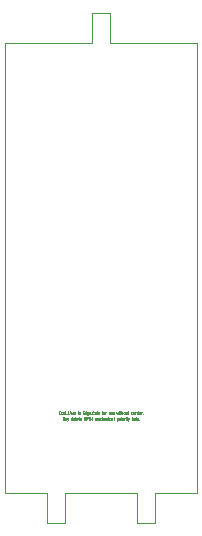
<source format=gbr>
G04 #@! TF.GenerationSoftware,KiCad,Pcbnew,5.1.4-e60b266~84~ubuntu19.04.1*
G04 #@! TF.CreationDate,2019-08-12T19:04:04-04:00*
G04 #@! TF.ProjectId,pcb2molex8878,70636232-6d6f-46c6-9578-383837382e6b,rev?*
G04 #@! TF.SameCoordinates,Original*
G04 #@! TF.FileFunction,Other,ECO1*
%FSLAX46Y46*%
G04 Gerber Fmt 4.6, Leading zero omitted, Abs format (unit mm)*
G04 Created by KiCad (PCBNEW 5.1.4-e60b266~84~ubuntu19.04.1) date 2019-08-12 19:04:04*
%MOMM*%
%LPD*%
G04 APERTURE LIST*
%ADD10C,0.025400*%
%ADD11C,0.010000*%
G04 APERTURE END LIST*
D10*
X139090400Y-80137000D02*
X146456400Y-80137000D01*
X155346400Y-118237000D02*
X155346400Y-80137000D01*
X139090400Y-118237000D02*
X139090400Y-80137000D01*
X150253700Y-118237000D02*
X144183100Y-118237000D01*
X150253700Y-120777000D02*
X150253700Y-118237000D01*
X151777700Y-120777000D02*
X150253700Y-120777000D01*
X151777700Y-118237000D02*
X151777700Y-120777000D01*
X144183100Y-120777000D02*
X144183100Y-118237000D01*
X142659100Y-120777000D02*
X144183100Y-120777000D01*
X142659100Y-118237000D02*
X142659100Y-120777000D01*
X147980400Y-77597000D02*
X147980400Y-80137000D01*
X146456400Y-77597000D02*
X147980400Y-77597000D01*
X146456400Y-80137000D02*
X146456400Y-77597000D01*
X147980400Y-80137000D02*
X155346400Y-80137000D01*
X142659100Y-118237000D02*
X139090400Y-118237000D01*
X155346400Y-118237000D02*
X151777700Y-118237000D01*
D11*
X143975542Y-112027476D02*
X143975542Y-111827476D01*
X144042209Y-111970333D01*
X144108876Y-111827476D01*
X144108876Y-112027476D01*
X144289828Y-112027476D02*
X144289828Y-111922714D01*
X144280304Y-111903666D01*
X144261257Y-111894142D01*
X144223161Y-111894142D01*
X144204114Y-111903666D01*
X144289828Y-112017952D02*
X144270780Y-112027476D01*
X144223161Y-112027476D01*
X144204114Y-112017952D01*
X144194590Y-111998904D01*
X144194590Y-111979857D01*
X144204114Y-111960809D01*
X144223161Y-111951285D01*
X144270780Y-111951285D01*
X144289828Y-111941761D01*
X144366019Y-111894142D02*
X144413638Y-112027476D01*
X144461257Y-111894142D02*
X144413638Y-112027476D01*
X144394590Y-112075095D01*
X144385066Y-112084619D01*
X144366019Y-112094142D01*
X144775542Y-112027476D02*
X144775542Y-111827476D01*
X144775542Y-112017952D02*
X144756495Y-112027476D01*
X144718400Y-112027476D01*
X144699352Y-112017952D01*
X144689828Y-112008428D01*
X144680304Y-111989380D01*
X144680304Y-111932238D01*
X144689828Y-111913190D01*
X144699352Y-111903666D01*
X144718400Y-111894142D01*
X144756495Y-111894142D01*
X144775542Y-111903666D01*
X144946971Y-112017952D02*
X144927923Y-112027476D01*
X144889828Y-112027476D01*
X144870780Y-112017952D01*
X144861257Y-111998904D01*
X144861257Y-111922714D01*
X144870780Y-111903666D01*
X144889828Y-111894142D01*
X144927923Y-111894142D01*
X144946971Y-111903666D01*
X144956495Y-111922714D01*
X144956495Y-111941761D01*
X144861257Y-111960809D01*
X145070780Y-112027476D02*
X145051733Y-112017952D01*
X145042209Y-111998904D01*
X145042209Y-111827476D01*
X145223161Y-112017952D02*
X145204114Y-112027476D01*
X145166019Y-112027476D01*
X145146971Y-112017952D01*
X145137447Y-111998904D01*
X145137447Y-111922714D01*
X145146971Y-111903666D01*
X145166019Y-111894142D01*
X145204114Y-111894142D01*
X145223161Y-111903666D01*
X145232685Y-111922714D01*
X145232685Y-111941761D01*
X145137447Y-111960809D01*
X145289828Y-111894142D02*
X145366019Y-111894142D01*
X145318400Y-111827476D02*
X145318400Y-111998904D01*
X145327923Y-112017952D01*
X145346971Y-112027476D01*
X145366019Y-112027476D01*
X145508876Y-112017952D02*
X145489828Y-112027476D01*
X145451733Y-112027476D01*
X145432685Y-112017952D01*
X145423161Y-111998904D01*
X145423161Y-111922714D01*
X145432685Y-111903666D01*
X145451733Y-111894142D01*
X145489828Y-111894142D01*
X145508876Y-111903666D01*
X145518400Y-111922714D01*
X145518400Y-111941761D01*
X145423161Y-111960809D01*
X145756495Y-112027476D02*
X145756495Y-111827476D01*
X145870780Y-112027476D01*
X145870780Y-111827476D01*
X145966019Y-112027476D02*
X145966019Y-111827476D01*
X146042209Y-111827476D01*
X146061257Y-111837000D01*
X146070780Y-111846523D01*
X146080304Y-111865571D01*
X146080304Y-111894142D01*
X146070780Y-111913190D01*
X146061257Y-111922714D01*
X146042209Y-111932238D01*
X145966019Y-111932238D01*
X146137447Y-111827476D02*
X146251733Y-111827476D01*
X146194590Y-112027476D02*
X146194590Y-111827476D01*
X146318400Y-112027476D02*
X146318400Y-111827476D01*
X146318400Y-111922714D02*
X146432685Y-111922714D01*
X146432685Y-112027476D02*
X146432685Y-111827476D01*
X146680304Y-112027476D02*
X146680304Y-111894142D01*
X146680304Y-111913190D02*
X146689828Y-111903666D01*
X146708876Y-111894142D01*
X146737447Y-111894142D01*
X146756495Y-111903666D01*
X146766019Y-111922714D01*
X146766019Y-112027476D01*
X146766019Y-111922714D02*
X146775542Y-111903666D01*
X146794590Y-111894142D01*
X146823161Y-111894142D01*
X146842209Y-111903666D01*
X146851733Y-111922714D01*
X146851733Y-112027476D01*
X147023161Y-112017952D02*
X147004114Y-112027476D01*
X146966019Y-112027476D01*
X146946971Y-112017952D01*
X146937447Y-111998904D01*
X146937447Y-111922714D01*
X146946971Y-111903666D01*
X146966019Y-111894142D01*
X147004114Y-111894142D01*
X147023161Y-111903666D01*
X147032685Y-111922714D01*
X147032685Y-111941761D01*
X146937447Y-111960809D01*
X147204114Y-112017952D02*
X147185066Y-112027476D01*
X147146971Y-112027476D01*
X147127923Y-112017952D01*
X147118400Y-112008428D01*
X147108876Y-111989380D01*
X147108876Y-111932238D01*
X147118400Y-111913190D01*
X147127923Y-111903666D01*
X147146971Y-111894142D01*
X147185066Y-111894142D01*
X147204114Y-111903666D01*
X147289828Y-112027476D02*
X147289828Y-111827476D01*
X147375542Y-112027476D02*
X147375542Y-111922714D01*
X147366019Y-111903666D01*
X147346971Y-111894142D01*
X147318400Y-111894142D01*
X147299352Y-111903666D01*
X147289828Y-111913190D01*
X147556495Y-112027476D02*
X147556495Y-111922714D01*
X147546971Y-111903666D01*
X147527923Y-111894142D01*
X147489828Y-111894142D01*
X147470780Y-111903666D01*
X147556495Y-112017952D02*
X147537447Y-112027476D01*
X147489828Y-112027476D01*
X147470780Y-112017952D01*
X147461257Y-111998904D01*
X147461257Y-111979857D01*
X147470780Y-111960809D01*
X147489828Y-111951285D01*
X147537447Y-111951285D01*
X147556495Y-111941761D01*
X147651733Y-111894142D02*
X147651733Y-112027476D01*
X147651733Y-111913190D02*
X147661257Y-111903666D01*
X147680304Y-111894142D01*
X147708876Y-111894142D01*
X147727923Y-111903666D01*
X147737447Y-111922714D01*
X147737447Y-112027476D01*
X147832685Y-112027476D02*
X147832685Y-111894142D01*
X147832685Y-111827476D02*
X147823161Y-111837000D01*
X147832685Y-111846523D01*
X147842209Y-111837000D01*
X147832685Y-111827476D01*
X147832685Y-111846523D01*
X148013638Y-112017952D02*
X147994590Y-112027476D01*
X147956495Y-112027476D01*
X147937447Y-112017952D01*
X147927923Y-112008428D01*
X147918400Y-111989380D01*
X147918400Y-111932238D01*
X147927923Y-111913190D01*
X147937447Y-111903666D01*
X147956495Y-111894142D01*
X147994590Y-111894142D01*
X148013638Y-111903666D01*
X148185066Y-112027476D02*
X148185066Y-111922714D01*
X148175542Y-111903666D01*
X148156495Y-111894142D01*
X148118400Y-111894142D01*
X148099352Y-111903666D01*
X148185066Y-112017952D02*
X148166019Y-112027476D01*
X148118400Y-112027476D01*
X148099352Y-112017952D01*
X148089828Y-111998904D01*
X148089828Y-111979857D01*
X148099352Y-111960809D01*
X148118400Y-111951285D01*
X148166019Y-111951285D01*
X148185066Y-111941761D01*
X148308876Y-112027476D02*
X148289828Y-112017952D01*
X148280304Y-111998904D01*
X148280304Y-111827476D01*
X148537447Y-111894142D02*
X148537447Y-112094142D01*
X148537447Y-111903666D02*
X148556495Y-111894142D01*
X148594590Y-111894142D01*
X148613638Y-111903666D01*
X148623161Y-111913190D01*
X148632685Y-111932238D01*
X148632685Y-111989380D01*
X148623161Y-112008428D01*
X148613638Y-112017952D01*
X148594590Y-112027476D01*
X148556495Y-112027476D01*
X148537447Y-112017952D01*
X148746971Y-112027476D02*
X148727923Y-112017952D01*
X148718400Y-112008428D01*
X148708876Y-111989380D01*
X148708876Y-111932238D01*
X148718400Y-111913190D01*
X148727923Y-111903666D01*
X148746971Y-111894142D01*
X148775542Y-111894142D01*
X148794590Y-111903666D01*
X148804114Y-111913190D01*
X148813638Y-111932238D01*
X148813638Y-111989380D01*
X148804114Y-112008428D01*
X148794590Y-112017952D01*
X148775542Y-112027476D01*
X148746971Y-112027476D01*
X148927923Y-112027476D02*
X148908876Y-112017952D01*
X148899352Y-111998904D01*
X148899352Y-111827476D01*
X149089828Y-112027476D02*
X149089828Y-111922714D01*
X149080304Y-111903666D01*
X149061257Y-111894142D01*
X149023161Y-111894142D01*
X149004114Y-111903666D01*
X149089828Y-112017952D02*
X149070780Y-112027476D01*
X149023161Y-112027476D01*
X149004114Y-112017952D01*
X148994590Y-111998904D01*
X148994590Y-111979857D01*
X149004114Y-111960809D01*
X149023161Y-111951285D01*
X149070780Y-111951285D01*
X149089828Y-111941761D01*
X149185066Y-112027476D02*
X149185066Y-111894142D01*
X149185066Y-111932238D02*
X149194590Y-111913190D01*
X149204114Y-111903666D01*
X149223161Y-111894142D01*
X149242209Y-111894142D01*
X149308876Y-112027476D02*
X149308876Y-111894142D01*
X149308876Y-111827476D02*
X149299352Y-111837000D01*
X149308876Y-111846523D01*
X149318400Y-111837000D01*
X149308876Y-111827476D01*
X149308876Y-111846523D01*
X149375542Y-111894142D02*
X149451733Y-111894142D01*
X149404114Y-111827476D02*
X149404114Y-111998904D01*
X149413638Y-112017952D01*
X149432685Y-112027476D01*
X149451733Y-112027476D01*
X149499352Y-111894142D02*
X149546971Y-112027476D01*
X149594590Y-111894142D02*
X149546971Y-112027476D01*
X149527923Y-112075095D01*
X149518400Y-112084619D01*
X149499352Y-112094142D01*
X149823161Y-112027476D02*
X149823161Y-111827476D01*
X149908876Y-112027476D02*
X149908876Y-111922714D01*
X149899352Y-111903666D01*
X149880304Y-111894142D01*
X149851733Y-111894142D01*
X149832685Y-111903666D01*
X149823161Y-111913190D01*
X150032685Y-112027476D02*
X150013638Y-112017952D01*
X150004114Y-112008428D01*
X149994590Y-111989380D01*
X149994590Y-111932238D01*
X150004114Y-111913190D01*
X150013638Y-111903666D01*
X150032685Y-111894142D01*
X150061257Y-111894142D01*
X150080304Y-111903666D01*
X150089828Y-111913190D01*
X150099352Y-111932238D01*
X150099352Y-111989380D01*
X150089828Y-112008428D01*
X150080304Y-112017952D01*
X150061257Y-112027476D01*
X150032685Y-112027476D01*
X150213638Y-112027476D02*
X150194590Y-112017952D01*
X150185066Y-111998904D01*
X150185066Y-111827476D01*
X150366019Y-112017952D02*
X150346971Y-112027476D01*
X150308876Y-112027476D01*
X150289828Y-112017952D01*
X150280304Y-111998904D01*
X150280304Y-111922714D01*
X150289828Y-111903666D01*
X150308876Y-111894142D01*
X150346971Y-111894142D01*
X150366019Y-111903666D01*
X150375542Y-111922714D01*
X150375542Y-111941761D01*
X150280304Y-111960809D01*
X150461257Y-112008428D02*
X150470780Y-112017952D01*
X150461257Y-112027476D01*
X150451733Y-112017952D01*
X150461257Y-112008428D01*
X150461257Y-112027476D01*
X143626695Y-111422714D02*
X143693361Y-111422714D01*
X143721933Y-111527476D02*
X143626695Y-111527476D01*
X143626695Y-111327476D01*
X143721933Y-111327476D01*
X143893361Y-111517952D02*
X143874314Y-111527476D01*
X143836219Y-111527476D01*
X143817171Y-111517952D01*
X143807647Y-111508428D01*
X143798123Y-111489380D01*
X143798123Y-111432238D01*
X143807647Y-111413190D01*
X143817171Y-111403666D01*
X143836219Y-111394142D01*
X143874314Y-111394142D01*
X143893361Y-111403666D01*
X144007647Y-111527476D02*
X143988600Y-111517952D01*
X143979076Y-111508428D01*
X143969552Y-111489380D01*
X143969552Y-111432238D01*
X143979076Y-111413190D01*
X143988600Y-111403666D01*
X144007647Y-111394142D01*
X144036219Y-111394142D01*
X144055266Y-111403666D01*
X144064790Y-111413190D01*
X144074314Y-111432238D01*
X144074314Y-111489380D01*
X144064790Y-111508428D01*
X144055266Y-111517952D01*
X144036219Y-111527476D01*
X144007647Y-111527476D01*
X144264790Y-111527476D02*
X144150504Y-111527476D01*
X144207647Y-111527476D02*
X144207647Y-111327476D01*
X144188600Y-111356047D01*
X144169552Y-111375095D01*
X144150504Y-111384619D01*
X144350504Y-111508428D02*
X144360028Y-111517952D01*
X144350504Y-111527476D01*
X144340980Y-111517952D01*
X144350504Y-111508428D01*
X144350504Y-111527476D01*
X144445742Y-111327476D02*
X144445742Y-111489380D01*
X144455266Y-111508428D01*
X144464790Y-111517952D01*
X144483838Y-111527476D01*
X144521933Y-111527476D01*
X144540980Y-111517952D01*
X144550504Y-111508428D01*
X144560028Y-111489380D01*
X144560028Y-111327476D01*
X144645742Y-111517952D02*
X144664790Y-111527476D01*
X144702885Y-111527476D01*
X144721933Y-111517952D01*
X144731457Y-111498904D01*
X144731457Y-111489380D01*
X144721933Y-111470333D01*
X144702885Y-111460809D01*
X144674314Y-111460809D01*
X144655266Y-111451285D01*
X144645742Y-111432238D01*
X144645742Y-111422714D01*
X144655266Y-111403666D01*
X144674314Y-111394142D01*
X144702885Y-111394142D01*
X144721933Y-111403666D01*
X144893361Y-111517952D02*
X144874314Y-111527476D01*
X144836219Y-111527476D01*
X144817171Y-111517952D01*
X144807647Y-111498904D01*
X144807647Y-111422714D01*
X144817171Y-111403666D01*
X144836219Y-111394142D01*
X144874314Y-111394142D01*
X144893361Y-111403666D01*
X144902885Y-111422714D01*
X144902885Y-111441761D01*
X144807647Y-111460809D01*
X144988600Y-111527476D02*
X144988600Y-111394142D01*
X144988600Y-111432238D02*
X144998123Y-111413190D01*
X145007647Y-111403666D01*
X145026695Y-111394142D01*
X145045742Y-111394142D01*
X145264790Y-111527476D02*
X145264790Y-111394142D01*
X145264790Y-111327476D02*
X145255266Y-111337000D01*
X145264790Y-111346523D01*
X145274314Y-111337000D01*
X145264790Y-111327476D01*
X145264790Y-111346523D01*
X145350504Y-111517952D02*
X145369552Y-111527476D01*
X145407647Y-111527476D01*
X145426695Y-111517952D01*
X145436219Y-111498904D01*
X145436219Y-111489380D01*
X145426695Y-111470333D01*
X145407647Y-111460809D01*
X145379076Y-111460809D01*
X145360028Y-111451285D01*
X145350504Y-111432238D01*
X145350504Y-111422714D01*
X145360028Y-111403666D01*
X145379076Y-111394142D01*
X145407647Y-111394142D01*
X145426695Y-111403666D01*
X145674314Y-111422714D02*
X145740980Y-111422714D01*
X145769552Y-111527476D02*
X145674314Y-111527476D01*
X145674314Y-111327476D01*
X145769552Y-111327476D01*
X145940980Y-111527476D02*
X145940980Y-111327476D01*
X145940980Y-111517952D02*
X145921933Y-111527476D01*
X145883838Y-111527476D01*
X145864790Y-111517952D01*
X145855266Y-111508428D01*
X145845742Y-111489380D01*
X145845742Y-111432238D01*
X145855266Y-111413190D01*
X145864790Y-111403666D01*
X145883838Y-111394142D01*
X145921933Y-111394142D01*
X145940980Y-111403666D01*
X146121933Y-111394142D02*
X146121933Y-111556047D01*
X146112409Y-111575095D01*
X146102885Y-111584619D01*
X146083838Y-111594142D01*
X146055266Y-111594142D01*
X146036219Y-111584619D01*
X146121933Y-111517952D02*
X146102885Y-111527476D01*
X146064790Y-111527476D01*
X146045742Y-111517952D01*
X146036219Y-111508428D01*
X146026695Y-111489380D01*
X146026695Y-111432238D01*
X146036219Y-111413190D01*
X146045742Y-111403666D01*
X146064790Y-111394142D01*
X146102885Y-111394142D01*
X146121933Y-111403666D01*
X146293361Y-111517952D02*
X146274314Y-111527476D01*
X146236219Y-111527476D01*
X146217171Y-111517952D01*
X146207647Y-111498904D01*
X146207647Y-111422714D01*
X146217171Y-111403666D01*
X146236219Y-111394142D01*
X146274314Y-111394142D01*
X146293361Y-111403666D01*
X146302885Y-111422714D01*
X146302885Y-111441761D01*
X146207647Y-111460809D01*
X146388600Y-111508428D02*
X146398123Y-111517952D01*
X146388600Y-111527476D01*
X146379076Y-111517952D01*
X146388600Y-111508428D01*
X146388600Y-111527476D01*
X146598123Y-111508428D02*
X146588600Y-111517952D01*
X146560028Y-111527476D01*
X146540980Y-111527476D01*
X146512409Y-111517952D01*
X146493361Y-111498904D01*
X146483838Y-111479857D01*
X146474314Y-111441761D01*
X146474314Y-111413190D01*
X146483838Y-111375095D01*
X146493361Y-111356047D01*
X146512409Y-111337000D01*
X146540980Y-111327476D01*
X146560028Y-111327476D01*
X146588600Y-111337000D01*
X146598123Y-111346523D01*
X146769552Y-111394142D02*
X146769552Y-111527476D01*
X146683838Y-111394142D02*
X146683838Y-111498904D01*
X146693361Y-111517952D01*
X146712409Y-111527476D01*
X146740980Y-111527476D01*
X146760028Y-111517952D01*
X146769552Y-111508428D01*
X146836219Y-111394142D02*
X146912409Y-111394142D01*
X146864790Y-111327476D02*
X146864790Y-111498904D01*
X146874314Y-111517952D01*
X146893361Y-111527476D01*
X146912409Y-111527476D01*
X146969552Y-111517952D02*
X146988600Y-111527476D01*
X147026695Y-111527476D01*
X147045742Y-111517952D01*
X147055266Y-111498904D01*
X147055266Y-111489380D01*
X147045742Y-111470333D01*
X147026695Y-111460809D01*
X146998123Y-111460809D01*
X146979076Y-111451285D01*
X146969552Y-111432238D01*
X146969552Y-111422714D01*
X146979076Y-111403666D01*
X146998123Y-111394142D01*
X147026695Y-111394142D01*
X147045742Y-111403666D01*
X147264790Y-111394142D02*
X147340980Y-111394142D01*
X147293361Y-111527476D02*
X147293361Y-111356047D01*
X147302885Y-111337000D01*
X147321933Y-111327476D01*
X147340980Y-111327476D01*
X147436219Y-111527476D02*
X147417171Y-111517952D01*
X147407647Y-111508428D01*
X147398123Y-111489380D01*
X147398123Y-111432238D01*
X147407647Y-111413190D01*
X147417171Y-111403666D01*
X147436219Y-111394142D01*
X147464790Y-111394142D01*
X147483838Y-111403666D01*
X147493361Y-111413190D01*
X147502885Y-111432238D01*
X147502885Y-111489380D01*
X147493361Y-111508428D01*
X147483838Y-111517952D01*
X147464790Y-111527476D01*
X147436219Y-111527476D01*
X147588600Y-111527476D02*
X147588600Y-111394142D01*
X147588600Y-111432238D02*
X147598123Y-111413190D01*
X147607647Y-111403666D01*
X147626695Y-111394142D01*
X147645742Y-111394142D01*
X147950504Y-111394142D02*
X147950504Y-111527476D01*
X147864790Y-111394142D02*
X147864790Y-111498904D01*
X147874314Y-111517952D01*
X147893361Y-111527476D01*
X147921933Y-111527476D01*
X147940980Y-111517952D01*
X147950504Y-111508428D01*
X148036219Y-111517952D02*
X148055266Y-111527476D01*
X148093361Y-111527476D01*
X148112409Y-111517952D01*
X148121933Y-111498904D01*
X148121933Y-111489380D01*
X148112409Y-111470333D01*
X148093361Y-111460809D01*
X148064790Y-111460809D01*
X148045742Y-111451285D01*
X148036219Y-111432238D01*
X148036219Y-111422714D01*
X148045742Y-111403666D01*
X148064790Y-111394142D01*
X148093361Y-111394142D01*
X148112409Y-111403666D01*
X148283838Y-111517952D02*
X148264790Y-111527476D01*
X148226695Y-111527476D01*
X148207647Y-111517952D01*
X148198123Y-111498904D01*
X148198123Y-111422714D01*
X148207647Y-111403666D01*
X148226695Y-111394142D01*
X148264790Y-111394142D01*
X148283838Y-111403666D01*
X148293361Y-111422714D01*
X148293361Y-111441761D01*
X148198123Y-111460809D01*
X148512409Y-111394142D02*
X148550504Y-111527476D01*
X148588600Y-111432238D01*
X148626695Y-111527476D01*
X148664790Y-111394142D01*
X148740980Y-111527476D02*
X148740980Y-111394142D01*
X148740980Y-111327476D02*
X148731457Y-111337000D01*
X148740980Y-111346523D01*
X148750504Y-111337000D01*
X148740980Y-111327476D01*
X148740980Y-111346523D01*
X148807647Y-111394142D02*
X148883838Y-111394142D01*
X148836219Y-111327476D02*
X148836219Y-111498904D01*
X148845742Y-111517952D01*
X148864790Y-111527476D01*
X148883838Y-111527476D01*
X148950504Y-111527476D02*
X148950504Y-111327476D01*
X149036219Y-111527476D02*
X149036219Y-111422714D01*
X149026695Y-111403666D01*
X149007647Y-111394142D01*
X148979076Y-111394142D01*
X148960028Y-111403666D01*
X148950504Y-111413190D01*
X149160028Y-111527476D02*
X149140980Y-111517952D01*
X149131457Y-111508428D01*
X149121933Y-111489380D01*
X149121933Y-111432238D01*
X149131457Y-111413190D01*
X149140980Y-111403666D01*
X149160028Y-111394142D01*
X149188600Y-111394142D01*
X149207647Y-111403666D01*
X149217171Y-111413190D01*
X149226695Y-111432238D01*
X149226695Y-111489380D01*
X149217171Y-111508428D01*
X149207647Y-111517952D01*
X149188600Y-111527476D01*
X149160028Y-111527476D01*
X149398123Y-111394142D02*
X149398123Y-111527476D01*
X149312409Y-111394142D02*
X149312409Y-111498904D01*
X149321933Y-111517952D01*
X149340980Y-111527476D01*
X149369552Y-111527476D01*
X149388600Y-111517952D01*
X149398123Y-111508428D01*
X149464790Y-111394142D02*
X149540980Y-111394142D01*
X149493361Y-111327476D02*
X149493361Y-111498904D01*
X149502885Y-111517952D01*
X149521933Y-111527476D01*
X149540980Y-111527476D01*
X149845742Y-111517952D02*
X149826695Y-111527476D01*
X149788600Y-111527476D01*
X149769552Y-111517952D01*
X149760028Y-111508428D01*
X149750504Y-111489380D01*
X149750504Y-111432238D01*
X149760028Y-111413190D01*
X149769552Y-111403666D01*
X149788600Y-111394142D01*
X149826695Y-111394142D01*
X149845742Y-111403666D01*
X150017171Y-111527476D02*
X150017171Y-111422714D01*
X150007647Y-111403666D01*
X149988600Y-111394142D01*
X149950504Y-111394142D01*
X149931457Y-111403666D01*
X150017171Y-111517952D02*
X149998123Y-111527476D01*
X149950504Y-111527476D01*
X149931457Y-111517952D01*
X149921933Y-111498904D01*
X149921933Y-111479857D01*
X149931457Y-111460809D01*
X149950504Y-111451285D01*
X149998123Y-111451285D01*
X150017171Y-111441761D01*
X150112409Y-111527476D02*
X150112409Y-111394142D01*
X150112409Y-111432238D02*
X150121933Y-111413190D01*
X150131457Y-111403666D01*
X150150504Y-111394142D01*
X150169552Y-111394142D01*
X150236219Y-111527476D02*
X150236219Y-111394142D01*
X150236219Y-111432238D02*
X150245742Y-111413190D01*
X150255266Y-111403666D01*
X150274314Y-111394142D01*
X150293361Y-111394142D01*
X150360028Y-111527476D02*
X150360028Y-111394142D01*
X150360028Y-111327476D02*
X150350504Y-111337000D01*
X150360028Y-111346523D01*
X150369552Y-111337000D01*
X150360028Y-111327476D01*
X150360028Y-111346523D01*
X150531457Y-111517952D02*
X150512409Y-111527476D01*
X150474314Y-111527476D01*
X150455266Y-111517952D01*
X150445742Y-111498904D01*
X150445742Y-111422714D01*
X150455266Y-111403666D01*
X150474314Y-111394142D01*
X150512409Y-111394142D01*
X150531457Y-111403666D01*
X150540980Y-111422714D01*
X150540980Y-111441761D01*
X150445742Y-111460809D01*
X150626695Y-111527476D02*
X150626695Y-111394142D01*
X150626695Y-111432238D02*
X150636219Y-111413190D01*
X150645742Y-111403666D01*
X150664790Y-111394142D01*
X150683838Y-111394142D01*
X150750504Y-111508428D02*
X150760028Y-111517952D01*
X150750504Y-111527476D01*
X150740980Y-111517952D01*
X150750504Y-111508428D01*
X150750504Y-111527476D01*
M02*

</source>
